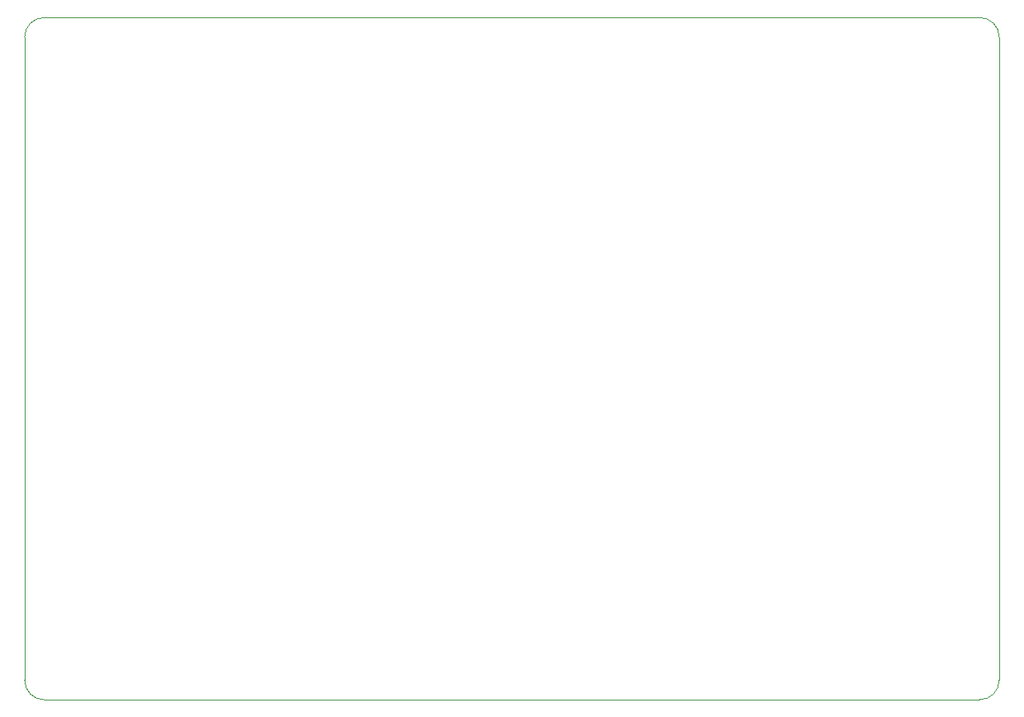
<source format=gbr>
%TF.GenerationSoftware,KiCad,Pcbnew,9.0.1+1*%
%TF.CreationDate,2025-09-19T07:31:43+00:00*%
%TF.ProjectId,ZSWatch-Watch-DevKit,5a535761-7463-4682-9d57-617463682d44,+ (Unreleased)*%
%TF.SameCoordinates,Original*%
%TF.FileFunction,Profile,NP*%
%FSLAX46Y46*%
G04 Gerber Fmt 4.6, Leading zero omitted, Abs format (unit mm)*
G04 Created by KiCad (PCBNEW 9.0.1+1) date 2025-09-19 07:31:43*
%MOMM*%
%LPD*%
G01*
G04 APERTURE LIST*
%TA.AperFunction,Profile*%
%ADD10C,0.050000*%
%TD*%
G04 APERTURE END LIST*
D10*
X256000000Y-114000000D02*
X160000000Y-114000000D01*
X160000000Y-184000000D02*
X256000000Y-184000000D01*
X158000000Y-116000000D02*
X158000000Y-182000000D01*
X256000000Y-114000000D02*
G75*
G02*
X258000000Y-116000000I0J-2000000D01*
G01*
X160000000Y-184000000D02*
G75*
G02*
X158000000Y-182000000I0J2000000D01*
G01*
X258000000Y-182000000D02*
X258000000Y-116000000D01*
X258000000Y-182000000D02*
G75*
G02*
X256000000Y-184000000I-2000000J0D01*
G01*
X158000000Y-116000000D02*
G75*
G02*
X160000000Y-114000000I2000000J0D01*
G01*
M02*

</source>
